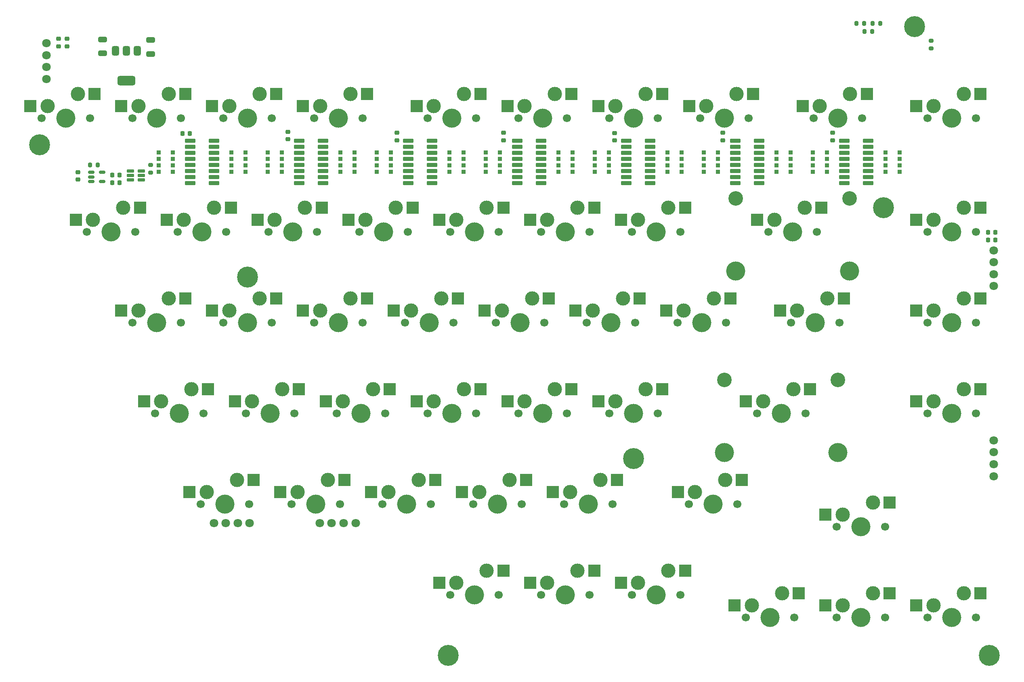
<source format=gbr>
%TF.GenerationSoftware,KiCad,Pcbnew,8.0.4*%
%TF.CreationDate,2024-10-18T15:09:13-05:00*%
%TF.ProjectId,numlocked_right,6e756d6c-6f63-46b6-9564-5f7269676874,rev?*%
%TF.SameCoordinates,Original*%
%TF.FileFunction,Soldermask,Bot*%
%TF.FilePolarity,Negative*%
%FSLAX46Y46*%
G04 Gerber Fmt 4.6, Leading zero omitted, Abs format (unit mm)*
G04 Created by KiCad (PCBNEW 8.0.4) date 2024-10-18 15:09:14*
%MOMM*%
%LPD*%
G01*
G04 APERTURE LIST*
G04 Aperture macros list*
%AMRoundRect*
0 Rectangle with rounded corners*
0 $1 Rounding radius*
0 $2 $3 $4 $5 $6 $7 $8 $9 X,Y pos of 4 corners*
0 Add a 4 corners polygon primitive as box body*
4,1,4,$2,$3,$4,$5,$6,$7,$8,$9,$2,$3,0*
0 Add four circle primitives for the rounded corners*
1,1,$1+$1,$2,$3*
1,1,$1+$1,$4,$5*
1,1,$1+$1,$6,$7*
1,1,$1+$1,$8,$9*
0 Add four rect primitives between the rounded corners*
20,1,$1+$1,$2,$3,$4,$5,0*
20,1,$1+$1,$4,$5,$6,$7,0*
20,1,$1+$1,$6,$7,$8,$9,0*
20,1,$1+$1,$8,$9,$2,$3,0*%
G04 Aperture macros list end*
%ADD10C,1.700000*%
%ADD11C,3.000000*%
%ADD12C,4.000000*%
%ADD13R,2.550000X2.500000*%
%ADD14C,3.050000*%
%ADD15C,1.800000*%
%ADD16C,4.400000*%
%ADD17R,0.900000X0.900000*%
%ADD18RoundRect,0.375000X-0.375000X0.625000X-0.375000X-0.625000X0.375000X-0.625000X0.375000X0.625000X0*%
%ADD19RoundRect,0.500000X-1.400000X0.500000X-1.400000X-0.500000X1.400000X-0.500000X1.400000X0.500000X0*%
%ADD20RoundRect,0.200000X0.275000X-0.200000X0.275000X0.200000X-0.275000X0.200000X-0.275000X-0.200000X0*%
%ADD21RoundRect,0.100500X0.986500X0.301500X-0.986500X0.301500X-0.986500X-0.301500X0.986500X-0.301500X0*%
%ADD22RoundRect,0.200000X-0.200000X-0.275000X0.200000X-0.275000X0.200000X0.275000X-0.200000X0.275000X0*%
%ADD23RoundRect,0.225000X0.250000X-0.225000X0.250000X0.225000X-0.250000X0.225000X-0.250000X-0.225000X0*%
%ADD24RoundRect,0.225000X0.225000X0.250000X-0.225000X0.250000X-0.225000X-0.250000X0.225000X-0.250000X0*%
%ADD25RoundRect,0.150000X0.650000X0.150000X-0.650000X0.150000X-0.650000X-0.150000X0.650000X-0.150000X0*%
%ADD26RoundRect,0.250000X0.650000X-0.325000X0.650000X0.325000X-0.650000X0.325000X-0.650000X-0.325000X0*%
%ADD27RoundRect,0.225000X-0.225000X-0.250000X0.225000X-0.250000X0.225000X0.250000X-0.225000X0.250000X0*%
%ADD28RoundRect,0.150000X-0.512500X-0.150000X0.512500X-0.150000X0.512500X0.150000X-0.512500X0.150000X0*%
G04 APERTURE END LIST*
D10*
%TO.C,S2*%
X93495000Y-86141600D03*
D11*
X94765000Y-83601600D03*
D12*
X98575000Y-86141600D03*
D11*
X101115000Y-81061600D03*
D10*
X103655000Y-86141600D03*
D13*
X91165000Y-83601600D03*
X104590000Y-81061600D03*
%TD*%
D10*
%TO.C,S26*%
X188745000Y-86141600D03*
D11*
X190015000Y-83601600D03*
D12*
X193825000Y-86141600D03*
D11*
X196365000Y-81061600D03*
D10*
X198905000Y-86141600D03*
D13*
X186415000Y-83601600D03*
X199840000Y-81061600D03*
%TD*%
D14*
%TO.C,S42*%
X220025000Y-60091600D03*
D12*
X220025000Y-75331600D03*
D10*
X226845000Y-67091600D03*
D11*
X228115000Y-64551600D03*
D12*
X231925000Y-67091600D03*
D11*
X234465000Y-62011600D03*
D10*
X237005000Y-67091600D03*
D14*
X243825000Y-60091600D03*
D12*
X243825000Y-75331600D03*
D13*
X224515000Y-64551600D03*
X237940000Y-62011600D03*
%TD*%
D10*
%TO.C,S12*%
X131595000Y-43279100D03*
D11*
X132865000Y-40739100D03*
D12*
X136675000Y-43279100D03*
D11*
X139215000Y-38199100D03*
D10*
X141755000Y-43279100D03*
D13*
X129265000Y-40739100D03*
X142690000Y-38199100D03*
%TD*%
D15*
%TO.C,J1*%
X274050000Y-71009100D03*
X274050000Y-73509100D03*
X274050000Y-76009100D03*
X274050000Y-78509100D03*
%TD*%
D16*
%TO.C,H4*%
X257500000Y-24000000D03*
%TD*%
D10*
%TO.C,S28*%
X174457500Y-43279100D03*
D11*
X175727500Y-40739100D03*
D12*
X179537500Y-43279100D03*
D11*
X182077500Y-38199100D03*
D10*
X184617500Y-43279100D03*
D13*
X172127500Y-40739100D03*
X185552500Y-38199100D03*
%TD*%
D10*
%TO.C,S11*%
X117307500Y-105191600D03*
D11*
X118577500Y-102651600D03*
D12*
X122387500Y-105191600D03*
D11*
X124927500Y-100111600D03*
D10*
X127467500Y-105191600D03*
D13*
X114977500Y-102651600D03*
X128402500Y-100111600D03*
%TD*%
D10*
%TO.C,S41*%
X241132500Y-148054100D03*
D11*
X242402500Y-145514100D03*
D12*
X246212500Y-148054100D03*
D11*
X248752500Y-142974100D03*
D10*
X251292500Y-148054100D03*
D13*
X238802500Y-145514100D03*
X252227500Y-142974100D03*
%TD*%
D15*
%TO.C,J2*%
X274050000Y-110889100D03*
X274050000Y-113389100D03*
X274050000Y-115889100D03*
X274050000Y-118389100D03*
%TD*%
D10*
%TO.C,S36*%
X193507500Y-43279100D03*
D11*
X194777500Y-40739100D03*
D12*
X198587500Y-43279100D03*
D11*
X201127500Y-38199100D03*
D10*
X203667500Y-43279100D03*
D13*
X191177500Y-40739100D03*
X204602500Y-38199100D03*
%TD*%
D10*
%TO.C,S19*%
X169695000Y-86141600D03*
D11*
X170965000Y-83601600D03*
D12*
X174775000Y-86141600D03*
D11*
X177315000Y-81061600D03*
D10*
X179855000Y-86141600D03*
D13*
X167365000Y-83601600D03*
X180790000Y-81061600D03*
%TD*%
D10*
%TO.C,S31*%
X207795000Y-86141600D03*
D11*
X209065000Y-83601600D03*
D12*
X212875000Y-86141600D03*
D11*
X215415000Y-81061600D03*
D10*
X217955000Y-86141600D03*
D13*
X205465000Y-83601600D03*
X218890000Y-81061600D03*
%TD*%
D16*
%TO.C,H6*%
X250975000Y-62011600D03*
%TD*%
D10*
%TO.C,S25*%
X160170000Y-143291600D03*
D11*
X161440000Y-140751600D03*
D12*
X165250000Y-143291600D03*
D11*
X167790000Y-138211600D03*
D10*
X170330000Y-143291600D03*
D13*
X157840000Y-140751600D03*
X171265000Y-138211600D03*
%TD*%
D10*
%TO.C,S23*%
X174457500Y-105191600D03*
D11*
X175727500Y-102651600D03*
D12*
X179537500Y-105191600D03*
D11*
X182077500Y-100111600D03*
D10*
X184617500Y-105191600D03*
D13*
X172127500Y-102651600D03*
X185552500Y-100111600D03*
%TD*%
D10*
%TO.C,S1*%
X83970000Y-67091600D03*
D11*
X85240000Y-64551600D03*
D12*
X89050000Y-67091600D03*
D11*
X91590000Y-62011600D03*
D10*
X94130000Y-67091600D03*
D13*
X81640000Y-64551600D03*
X95065000Y-62011600D03*
%TD*%
D16*
%TO.C,H1*%
X74000000Y-48804100D03*
%TD*%
D10*
%TO.C,S33*%
X179220000Y-143291600D03*
D11*
X180490000Y-140751600D03*
D12*
X184300000Y-143291600D03*
D11*
X186840000Y-138211600D03*
D10*
X189380000Y-143291600D03*
D13*
X176890000Y-140751600D03*
X190315000Y-138211600D03*
%TD*%
D10*
%TO.C,S45*%
X236370000Y-43279100D03*
D11*
X237640000Y-40739100D03*
D12*
X241450000Y-43279100D03*
D11*
X243990000Y-38199100D03*
D10*
X246530000Y-43279100D03*
D13*
X234040000Y-40739100D03*
X247465000Y-38199100D03*
%TD*%
D16*
%TO.C,H3*%
X159725000Y-156000000D03*
%TD*%
D10*
%TO.C,S13*%
X131595000Y-86141600D03*
D11*
X132865000Y-83601600D03*
D12*
X136675000Y-86141600D03*
D11*
X139215000Y-81061600D03*
D10*
X141755000Y-86141600D03*
D13*
X129265000Y-83601600D03*
X142690000Y-81061600D03*
%TD*%
D10*
%TO.C,S7*%
X112545000Y-86141600D03*
D11*
X113815000Y-83601600D03*
D12*
X117625000Y-86141600D03*
D11*
X120165000Y-81061600D03*
D10*
X122705000Y-86141600D03*
D13*
X110215000Y-83601600D03*
X123640000Y-81061600D03*
%TD*%
D10*
%TO.C,S49*%
X260182500Y-67091600D03*
D11*
X261452500Y-64551600D03*
D12*
X265262500Y-67091600D03*
D11*
X267802500Y-62011600D03*
D10*
X270342500Y-67091600D03*
D13*
X257852500Y-64551600D03*
X271277500Y-62011600D03*
%TD*%
D10*
%TO.C,S29*%
X193507500Y-105191600D03*
D11*
X194777500Y-102651600D03*
D12*
X198587500Y-105191600D03*
D11*
X201127500Y-100111600D03*
D10*
X203667500Y-105191600D03*
D13*
X191177500Y-102651600D03*
X204602500Y-100111600D03*
%TD*%
D10*
%TO.C,S40*%
X222082500Y-148054100D03*
D11*
X223352500Y-145514100D03*
D12*
X227162500Y-148054100D03*
D11*
X229702500Y-142974100D03*
D10*
X232242500Y-148054100D03*
D13*
X219752500Y-145514100D03*
X233177500Y-142974100D03*
%TD*%
D10*
%TO.C,S17*%
X150645000Y-86141600D03*
D11*
X151915000Y-83601600D03*
D12*
X155725000Y-86141600D03*
D11*
X158265000Y-81061600D03*
D10*
X160805000Y-86141600D03*
D13*
X148315000Y-83601600D03*
X161740000Y-81061600D03*
%TD*%
D10*
%TO.C,S24*%
X160170000Y-67091600D03*
D11*
X161440000Y-64551600D03*
D12*
X165250000Y-67091600D03*
D11*
X167790000Y-62011600D03*
D10*
X170330000Y-67091600D03*
D13*
X157840000Y-64551600D03*
X171265000Y-62011600D03*
%TD*%
D10*
%TO.C,S6*%
X98257500Y-105191600D03*
D11*
X99527500Y-102651600D03*
D12*
X103337500Y-105191600D03*
D11*
X105877500Y-100111600D03*
D10*
X108417500Y-105191600D03*
D13*
X95927500Y-102651600D03*
X109352500Y-100111600D03*
%TD*%
D14*
%TO.C,S37*%
X217643750Y-98216600D03*
D12*
X217643750Y-113456600D03*
D10*
X224463750Y-105191600D03*
D11*
X225733750Y-102651600D03*
D12*
X229543750Y-105191600D03*
D11*
X232083750Y-100111600D03*
D10*
X234623750Y-105191600D03*
D14*
X241443750Y-98216600D03*
D12*
X241443750Y-113456600D03*
D13*
X222133750Y-102651600D03*
X235558750Y-100111600D03*
%TD*%
D10*
%TO.C,S15*%
X141120000Y-67091600D03*
D11*
X142390000Y-64551600D03*
D12*
X146200000Y-67091600D03*
D11*
X148740000Y-62011600D03*
D10*
X151280000Y-67091600D03*
D13*
X138790000Y-64551600D03*
X152215000Y-62011600D03*
%TD*%
D10*
%TO.C,S34*%
X198270000Y-143291600D03*
D11*
X199540000Y-140751600D03*
D12*
X203350000Y-143291600D03*
D11*
X205890000Y-138211600D03*
D10*
X208430000Y-143291600D03*
D13*
X195940000Y-140751600D03*
X209365000Y-138211600D03*
%TD*%
D10*
%TO.C,S9*%
X107782500Y-124241600D03*
D11*
X109052500Y-121701600D03*
D12*
X112862500Y-124241600D03*
D11*
X115402500Y-119161600D03*
D10*
X117942500Y-124241600D03*
D13*
X105452500Y-121701600D03*
X118877500Y-119161600D03*
%TD*%
D10*
%TO.C,S21*%
X164932500Y-124241600D03*
D11*
X166202500Y-121701600D03*
D12*
X170012500Y-124241600D03*
D11*
X172552500Y-119161600D03*
D10*
X175092500Y-124241600D03*
D13*
X162602500Y-121701600D03*
X176027500Y-119161600D03*
%TD*%
D10*
%TO.C,S43*%
X260182500Y-148054100D03*
D11*
X261452500Y-145514100D03*
D12*
X265262500Y-148054100D03*
D11*
X267802500Y-142974100D03*
D10*
X270342500Y-148054100D03*
D13*
X257852500Y-145514100D03*
X271277500Y-142974100D03*
%TD*%
D16*
%TO.C,H2*%
X273168750Y-156000000D03*
%TD*%
D10*
%TO.C,S4*%
X93495000Y-43279100D03*
D11*
X94765000Y-40739100D03*
D12*
X98575000Y-43279100D03*
D11*
X101115000Y-38199100D03*
D10*
X103655000Y-43279100D03*
D13*
X91165000Y-40739100D03*
X104590000Y-38199100D03*
%TD*%
D10*
%TO.C,S10*%
X122070000Y-67091600D03*
D11*
X123340000Y-64551600D03*
D12*
X127150000Y-67091600D03*
D11*
X129690000Y-62011600D03*
D10*
X132230000Y-67091600D03*
D13*
X119740000Y-64551600D03*
X133165000Y-62011600D03*
%TD*%
D16*
%TO.C,H5*%
X117625000Y-76616600D03*
%TD*%
D10*
%TO.C,S16*%
X126832500Y-124241600D03*
D11*
X128102500Y-121701600D03*
D12*
X131912500Y-124241600D03*
D11*
X134452500Y-119161600D03*
D10*
X136992500Y-124241600D03*
D13*
X124502500Y-121701600D03*
X137927500Y-119161600D03*
%TD*%
D10*
%TO.C,S38*%
X231607500Y-86141600D03*
D11*
X232877500Y-83601600D03*
D12*
X236687500Y-86141600D03*
D11*
X239227500Y-81061600D03*
D10*
X241767500Y-86141600D03*
D13*
X229277500Y-83601600D03*
X242702500Y-81061600D03*
%TD*%
D10*
%TO.C,S3*%
X74445000Y-43279100D03*
D11*
X75715000Y-40739100D03*
D12*
X79525000Y-43279100D03*
D11*
X82065000Y-38199100D03*
D10*
X84605000Y-43279100D03*
D13*
X72115000Y-40739100D03*
X85540000Y-38199100D03*
%TD*%
D10*
%TO.C,S20*%
X155407500Y-43279100D03*
D11*
X156677500Y-40739100D03*
D12*
X160487500Y-43279100D03*
D11*
X163027500Y-38199100D03*
D10*
X165567500Y-43279100D03*
D13*
X153077500Y-40739100D03*
X166502500Y-38199100D03*
%TD*%
D10*
%TO.C,S27*%
X179220000Y-67091600D03*
D11*
X180490000Y-64551600D03*
D12*
X184300000Y-67091600D03*
D11*
X186840000Y-62011600D03*
D10*
X189380000Y-67091600D03*
D13*
X176890000Y-64551600D03*
X190315000Y-62011600D03*
%TD*%
D10*
%TO.C,S22*%
X145882500Y-124241600D03*
D11*
X147152500Y-121701600D03*
D12*
X150962500Y-124241600D03*
D11*
X153502500Y-119161600D03*
D10*
X156042500Y-124241600D03*
D13*
X143552500Y-121701600D03*
X156977500Y-119161600D03*
%TD*%
D10*
%TO.C,S18*%
X155407500Y-105191600D03*
D11*
X156677500Y-102651600D03*
D12*
X160487500Y-105191600D03*
D11*
X163027500Y-100111600D03*
D10*
X165567500Y-105191600D03*
D13*
X153077500Y-102651600D03*
X166502500Y-100111600D03*
%TD*%
D16*
%TO.C,H7*%
X198587500Y-114716600D03*
%TD*%
D10*
%TO.C,S32*%
X198270000Y-67091600D03*
D11*
X199540000Y-64551600D03*
D12*
X203350000Y-67091600D03*
D11*
X205890000Y-62011600D03*
D10*
X208430000Y-67091600D03*
D13*
X195940000Y-64551600D03*
X209365000Y-62011600D03*
%TD*%
D10*
%TO.C,S30*%
X183982500Y-124241600D03*
D11*
X185252500Y-121701600D03*
D12*
X189062500Y-124241600D03*
D11*
X191602500Y-119161600D03*
D10*
X194142500Y-124241600D03*
D13*
X181652500Y-121701600D03*
X195077500Y-119161600D03*
%TD*%
D10*
%TO.C,S44*%
X212557500Y-43279100D03*
D11*
X213827500Y-40739100D03*
D12*
X217637500Y-43279100D03*
D11*
X220177500Y-38199100D03*
D10*
X222717500Y-43279100D03*
D13*
X210227500Y-40739100D03*
X223652500Y-38199100D03*
%TD*%
D10*
%TO.C,S46*%
X260182500Y-43279100D03*
D11*
X261452500Y-40739100D03*
D12*
X265262500Y-43279100D03*
D11*
X267802500Y-38199100D03*
D10*
X270342500Y-43279100D03*
D13*
X257852500Y-40739100D03*
X271277500Y-38199100D03*
%TD*%
D10*
%TO.C,S35*%
X210176250Y-124241600D03*
D11*
X211446250Y-121701600D03*
D12*
X215256250Y-124241600D03*
D11*
X217796250Y-119161600D03*
D10*
X220336250Y-124241600D03*
D13*
X207846250Y-121701600D03*
X221271250Y-119161600D03*
%TD*%
D10*
%TO.C,S5*%
X112545000Y-43279100D03*
D11*
X113815000Y-40739100D03*
D12*
X117625000Y-43279100D03*
D11*
X120165000Y-38199100D03*
D10*
X122705000Y-43279100D03*
D13*
X110215000Y-40739100D03*
X123640000Y-38199100D03*
%TD*%
D10*
%TO.C,S8*%
X103020000Y-67091600D03*
D11*
X104290000Y-64551600D03*
D12*
X108100000Y-67091600D03*
D11*
X110640000Y-62011600D03*
D10*
X113180000Y-67091600D03*
D13*
X100690000Y-64551600D03*
X114115000Y-62011600D03*
%TD*%
D10*
%TO.C,S39*%
X241132500Y-129004100D03*
D11*
X242402500Y-126464100D03*
D12*
X246212500Y-129004100D03*
D11*
X248752500Y-123924100D03*
D10*
X251292500Y-129004100D03*
D13*
X238802500Y-126464100D03*
X252227500Y-123924100D03*
%TD*%
D10*
%TO.C,S47*%
X260182500Y-105191600D03*
D11*
X261452500Y-102651600D03*
D12*
X265262500Y-105191600D03*
D11*
X267802500Y-100111600D03*
D10*
X270342500Y-105191600D03*
D13*
X257852500Y-102651600D03*
X271277500Y-100111600D03*
%TD*%
D10*
%TO.C,S14*%
X136357500Y-105191600D03*
D11*
X137627500Y-102651600D03*
D12*
X141437500Y-105191600D03*
D11*
X143977500Y-100111600D03*
D10*
X146517500Y-105191600D03*
D13*
X134027500Y-102651600D03*
X147452500Y-100111600D03*
%TD*%
D10*
%TO.C,S48*%
X260182500Y-86141600D03*
D11*
X261452500Y-83601600D03*
D12*
X265262500Y-86141600D03*
D11*
X267802500Y-81061600D03*
D10*
X270342500Y-86141600D03*
D13*
X257852500Y-83601600D03*
X271277500Y-81061600D03*
%TD*%
D15*
%TO.C,J4*%
X110563600Y-128266600D03*
X113063600Y-128266600D03*
X115563600Y-128266600D03*
X118063600Y-128266600D03*
%TD*%
D17*
%TO.C,RN5*%
X193420000Y-50471600D03*
X193420000Y-51811600D03*
X193420000Y-53131600D03*
X193420000Y-54471600D03*
X190420000Y-54471600D03*
X190420000Y-53131600D03*
X190420000Y-51811600D03*
X190420000Y-50471600D03*
%TD*%
%TO.C,RN4*%
X170560000Y-50471600D03*
X170560000Y-51811600D03*
X170560000Y-53131600D03*
X170560000Y-54471600D03*
X167560000Y-54471600D03*
X167560000Y-53131600D03*
X167560000Y-51811600D03*
X167560000Y-50471600D03*
%TD*%
D18*
%TO.C,U8*%
X89949293Y-29074293D03*
X92249293Y-29074293D03*
X94549293Y-29074293D03*
D19*
X92249293Y-35374293D03*
%TD*%
D20*
%TO.C,R1*%
X261000000Y-28600000D03*
X261000000Y-26950000D03*
%TD*%
%TO.C,R6*%
X97300000Y-54701600D03*
X97300000Y-53051600D03*
%TD*%
D21*
%TO.C,U2*%
X133435000Y-48026600D03*
X133435000Y-49296600D03*
X133435000Y-50566600D03*
X133435000Y-51836600D03*
X133435000Y-53106600D03*
X133435000Y-54376600D03*
X133435000Y-55646600D03*
X133435000Y-56916600D03*
X128485000Y-56916600D03*
X128485000Y-55646600D03*
X128485000Y-54376600D03*
X128485000Y-53106600D03*
X128485000Y-51836600D03*
X128485000Y-50566600D03*
X128485000Y-49296600D03*
X128485000Y-48026600D03*
%TD*%
D17*
%TO.C,RN14*%
X251380000Y-54471600D03*
X251380000Y-53131600D03*
X251380000Y-51811600D03*
X251380000Y-50471600D03*
X254380000Y-50471600D03*
X254380000Y-51811600D03*
X254380000Y-53131600D03*
X254380000Y-54471600D03*
%TD*%
D22*
%TO.C,R4*%
X246975000Y-25076600D03*
X248625000Y-25076600D03*
%TD*%
D23*
%TO.C,C16*%
X82100000Y-56151600D03*
X82100000Y-54601600D03*
%TD*%
D17*
%TO.C,RN3*%
X147700000Y-50471600D03*
X147700000Y-51811600D03*
X147700000Y-53131600D03*
X147700000Y-54471600D03*
X144700000Y-54471600D03*
X144700000Y-53131600D03*
X144700000Y-51811600D03*
X144700000Y-50471600D03*
%TD*%
D23*
%TO.C,C5*%
X194587000Y-47902200D03*
X194587000Y-46352200D03*
%TD*%
D17*
%TO.C,RN6*%
X216280000Y-50471600D03*
X216280000Y-51811600D03*
X216280000Y-53131600D03*
X216280000Y-54471600D03*
X213280000Y-54471600D03*
X213280000Y-53131600D03*
X213280000Y-51811600D03*
X213280000Y-50471600D03*
%TD*%
D24*
%TO.C,C9*%
X274445000Y-67186600D03*
X272895000Y-67186600D03*
%TD*%
D25*
%TO.C,U7*%
X95350000Y-54300000D03*
X95350000Y-55250000D03*
X95350000Y-56200000D03*
X93050000Y-56200000D03*
X93050000Y-55250000D03*
X93050000Y-54300000D03*
%TD*%
D17*
%TO.C,RN1*%
X101980000Y-50471600D03*
X101980000Y-51811600D03*
X101980000Y-53131600D03*
X101980000Y-54471600D03*
X98980000Y-54471600D03*
X98980000Y-53131600D03*
X98980000Y-51811600D03*
X98980000Y-50471600D03*
%TD*%
D21*
%TO.C,U3*%
X156295000Y-48026600D03*
X156295000Y-49296600D03*
X156295000Y-50566600D03*
X156295000Y-51836600D03*
X156295000Y-53106600D03*
X156295000Y-54376600D03*
X156295000Y-55646600D03*
X156295000Y-56916600D03*
X151345000Y-56916600D03*
X151345000Y-55646600D03*
X151345000Y-54376600D03*
X151345000Y-53106600D03*
X151345000Y-51836600D03*
X151345000Y-50566600D03*
X151345000Y-49296600D03*
X151345000Y-48026600D03*
%TD*%
D17*
%TO.C,RN7*%
X114220000Y-54471600D03*
X114220000Y-53131600D03*
X114220000Y-51811600D03*
X114220000Y-50471600D03*
X117220000Y-50471600D03*
X117220000Y-51811600D03*
X117220000Y-53131600D03*
X117220000Y-54471600D03*
%TD*%
D26*
%TO.C,C13*%
X97300000Y-29775000D03*
X97300000Y-26825000D03*
%TD*%
D17*
%TO.C,RN2*%
X124840000Y-50471600D03*
X124840000Y-51811600D03*
X124840000Y-53131600D03*
X124840000Y-54471600D03*
X121840000Y-54471600D03*
X121840000Y-53131600D03*
X121840000Y-51811600D03*
X121840000Y-50471600D03*
%TD*%
D22*
%TO.C,R3*%
X245275000Y-23376600D03*
X246925000Y-23376600D03*
%TD*%
D23*
%TO.C,C3*%
X148917800Y-47876800D03*
X148917800Y-46326800D03*
%TD*%
D21*
%TO.C,U4*%
X179155000Y-48026600D03*
X179155000Y-49296600D03*
X179155000Y-50566600D03*
X179155000Y-51836600D03*
X179155000Y-53106600D03*
X179155000Y-54376600D03*
X179155000Y-55646600D03*
X179155000Y-56916600D03*
X174205000Y-56916600D03*
X174205000Y-55646600D03*
X174205000Y-54376600D03*
X174205000Y-53106600D03*
X174205000Y-51836600D03*
X174205000Y-50566600D03*
X174205000Y-49296600D03*
X174205000Y-48026600D03*
%TD*%
D17*
%TO.C,RN11*%
X205660000Y-54471600D03*
X205660000Y-53131600D03*
X205660000Y-51811600D03*
X205660000Y-50471600D03*
X208660000Y-50471600D03*
X208660000Y-51811600D03*
X208660000Y-53131600D03*
X208660000Y-54471600D03*
%TD*%
D23*
%TO.C,C2*%
X126134000Y-47658600D03*
X126134000Y-46108600D03*
%TD*%
D26*
%TO.C,C12*%
X87249293Y-29649293D03*
X87249293Y-26699293D03*
%TD*%
D21*
%TO.C,U6*%
X224875000Y-48026600D03*
X224875000Y-49296600D03*
X224875000Y-50566600D03*
X224875000Y-51836600D03*
X224875000Y-53106600D03*
X224875000Y-54376600D03*
X224875000Y-55646600D03*
X224875000Y-56916600D03*
X219925000Y-56916600D03*
X219925000Y-55646600D03*
X219925000Y-54376600D03*
X219925000Y-53106600D03*
X219925000Y-51836600D03*
X219925000Y-50566600D03*
X219925000Y-49296600D03*
X219925000Y-48026600D03*
%TD*%
%TO.C,U5*%
X202015000Y-48026600D03*
X202015000Y-49296600D03*
X202015000Y-50566600D03*
X202015000Y-51836600D03*
X202015000Y-53106600D03*
X202015000Y-54376600D03*
X202015000Y-55646600D03*
X202015000Y-56916600D03*
X197065000Y-56916600D03*
X197065000Y-55646600D03*
X197065000Y-54376600D03*
X197065000Y-53106600D03*
X197065000Y-51836600D03*
X197065000Y-50566600D03*
X197065000Y-49296600D03*
X197065000Y-48026600D03*
%TD*%
D17*
%TO.C,RN12*%
X228520000Y-54471600D03*
X228520000Y-53131600D03*
X228520000Y-51811600D03*
X228520000Y-50471600D03*
X231520000Y-50471600D03*
X231520000Y-51811600D03*
X231520000Y-53131600D03*
X231520000Y-54471600D03*
%TD*%
D23*
%TO.C,C11*%
X78040000Y-28151600D03*
X78040000Y-26601600D03*
%TD*%
D24*
%TO.C,C1*%
X105525000Y-46451600D03*
X103975000Y-46451600D03*
%TD*%
%TO.C,C7*%
X90815600Y-55189400D03*
X89265600Y-55189400D03*
%TD*%
D21*
%TO.C,U9*%
X247735000Y-48026600D03*
X247735000Y-49296600D03*
X247735000Y-50566600D03*
X247735000Y-51836600D03*
X247735000Y-53106600D03*
X247735000Y-54376600D03*
X247735000Y-55646600D03*
X247735000Y-56916600D03*
X242785000Y-56916600D03*
X242785000Y-55646600D03*
X242785000Y-54376600D03*
X242785000Y-53106600D03*
X242785000Y-51836600D03*
X242785000Y-50566600D03*
X242785000Y-49296600D03*
X242785000Y-48026600D03*
%TD*%
D23*
%TO.C,C6*%
X217294600Y-47876800D03*
X217294600Y-46326800D03*
%TD*%
D17*
%TO.C,RN8*%
X137080000Y-54471600D03*
X137080000Y-53131600D03*
X137080000Y-51811600D03*
X137080000Y-50471600D03*
X140080000Y-50471600D03*
X140080000Y-51811600D03*
X140080000Y-53131600D03*
X140080000Y-54471600D03*
%TD*%
%TO.C,RN13*%
X239140000Y-50471600D03*
X239140000Y-51811600D03*
X239140000Y-53131600D03*
X239140000Y-54471600D03*
X236140000Y-54471600D03*
X236140000Y-53131600D03*
X236140000Y-51811600D03*
X236140000Y-50471600D03*
%TD*%
D24*
%TO.C,C8*%
X274445000Y-68812200D03*
X272895000Y-68812200D03*
%TD*%
D22*
%TO.C,R5*%
X248675000Y-23376600D03*
X250325000Y-23376600D03*
%TD*%
D17*
%TO.C,RN9*%
X159940000Y-54471600D03*
X159940000Y-53131600D03*
X159940000Y-51811600D03*
X159940000Y-50471600D03*
X162940000Y-50471600D03*
X162940000Y-51811600D03*
X162940000Y-53131600D03*
X162940000Y-54471600D03*
%TD*%
D15*
%TO.C,J3*%
X75500000Y-27527600D03*
X75500000Y-30027600D03*
X75500000Y-32527600D03*
X75500000Y-35027600D03*
%TD*%
D27*
%TO.C,C15*%
X89262574Y-56783160D03*
X90812574Y-56783160D03*
%TD*%
D23*
%TO.C,C14*%
X240300000Y-47876800D03*
X240300000Y-46326800D03*
%TD*%
D15*
%TO.C,J5*%
X132779400Y-128266600D03*
X135279400Y-128266600D03*
X137779400Y-128266600D03*
X140279400Y-128266600D03*
%TD*%
D23*
%TO.C,C10*%
X79792600Y-28151600D03*
X79792600Y-26601600D03*
%TD*%
D22*
%TO.C,R7*%
X84575000Y-53076600D03*
X86225000Y-53076600D03*
%TD*%
D17*
%TO.C,RN10*%
X182800000Y-54471600D03*
X182800000Y-53131600D03*
X182800000Y-51811600D03*
X182800000Y-50471600D03*
X185800000Y-50471600D03*
X185800000Y-51811600D03*
X185800000Y-53131600D03*
X185800000Y-54471600D03*
%TD*%
D23*
%TO.C,C4*%
X171320600Y-47876800D03*
X171320600Y-46326800D03*
%TD*%
D21*
%TO.C,U1*%
X110575000Y-48026600D03*
X110575000Y-49296600D03*
X110575000Y-50566600D03*
X110575000Y-51836600D03*
X110575000Y-53106600D03*
X110575000Y-54376600D03*
X110575000Y-55646600D03*
X110575000Y-56916600D03*
X105625000Y-56916600D03*
X105625000Y-55646600D03*
X105625000Y-54376600D03*
X105625000Y-53106600D03*
X105625000Y-51836600D03*
X105625000Y-50566600D03*
X105625000Y-49296600D03*
X105625000Y-48026600D03*
%TD*%
D28*
%TO.C,U10*%
X84862500Y-56526600D03*
X84862500Y-55576600D03*
X84862500Y-54626600D03*
X87137500Y-54626600D03*
X87137500Y-56526600D03*
%TD*%
M02*

</source>
